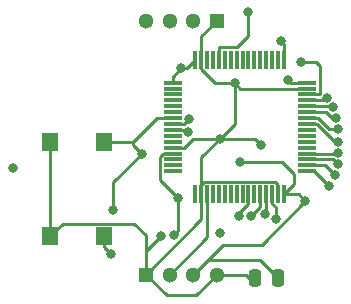
<source format=gbr>
G04 #@! TF.GenerationSoftware,KiCad,Pcbnew,7.0.8*
G04 #@! TF.CreationDate,2023-10-23T16:08:40-04:00*
G04 #@! TF.ProjectId,MCU+IMU,4d43552b-494d-4552-9e6b-696361645f70,rev?*
G04 #@! TF.SameCoordinates,Original*
G04 #@! TF.FileFunction,Copper,L1,Top*
G04 #@! TF.FilePolarity,Positive*
%FSLAX46Y46*%
G04 Gerber Fmt 4.6, Leading zero omitted, Abs format (unit mm)*
G04 Created by KiCad (PCBNEW 7.0.8) date 2023-10-23 16:08:40*
%MOMM*%
%LPD*%
G01*
G04 APERTURE LIST*
G04 Aperture macros list*
%AMRoundRect*
0 Rectangle with rounded corners*
0 $1 Rounding radius*
0 $2 $3 $4 $5 $6 $7 $8 $9 X,Y pos of 4 corners*
0 Add a 4 corners polygon primitive as box body*
4,1,4,$2,$3,$4,$5,$6,$7,$8,$9,$2,$3,0*
0 Add four circle primitives for the rounded corners*
1,1,$1+$1,$2,$3*
1,1,$1+$1,$4,$5*
1,1,$1+$1,$6,$7*
1,1,$1+$1,$8,$9*
0 Add four rect primitives between the rounded corners*
20,1,$1+$1,$2,$3,$4,$5,0*
20,1,$1+$1,$4,$5,$6,$7,0*
20,1,$1+$1,$6,$7,$8,$9,0*
20,1,$1+$1,$8,$9,$2,$3,0*%
G04 Aperture macros list end*
G04 #@! TA.AperFunction,ComponentPad*
%ADD10C,1.300000*%
G04 #@! TD*
G04 #@! TA.AperFunction,ComponentPad*
%ADD11R,1.300000X1.300000*%
G04 #@! TD*
G04 #@! TA.AperFunction,SMDPad,CuDef*
%ADD12RoundRect,0.250000X0.250000X0.475000X-0.250000X0.475000X-0.250000X-0.475000X0.250000X-0.475000X0*%
G04 #@! TD*
G04 #@! TA.AperFunction,SMDPad,CuDef*
%ADD13RoundRect,0.075000X-0.075000X-0.700000X0.075000X-0.700000X0.075000X0.700000X-0.075000X0.700000X0*%
G04 #@! TD*
G04 #@! TA.AperFunction,SMDPad,CuDef*
%ADD14RoundRect,0.075000X-0.700000X-0.075000X0.700000X-0.075000X0.700000X0.075000X-0.700000X0.075000X0*%
G04 #@! TD*
G04 #@! TA.AperFunction,SMDPad,CuDef*
%ADD15R,1.400000X1.600000*%
G04 #@! TD*
G04 #@! TA.AperFunction,ViaPad*
%ADD16C,0.800000*%
G04 #@! TD*
G04 #@! TA.AperFunction,Conductor*
%ADD17C,0.250000*%
G04 #@! TD*
G04 APERTURE END LIST*
D10*
G04 #@! TO.P,J2,*
G04 #@! TO.N,GND*
X135750000Y-113500000D03*
G04 #@! TO.N,VDD*
X133750000Y-113500000D03*
X131750000Y-113500000D03*
D11*
G04 #@! TO.P,J2,1,Pin_1*
G04 #@! TO.N,GND*
X129750000Y-113500000D03*
G04 #@! TD*
D12*
G04 #@! TO.P,C7,1*
G04 #@! TO.N,VDD*
X140900000Y-113750000D03*
G04 #@! TO.P,C7,2*
G04 #@! TO.N,GND*
X139000000Y-113750000D03*
G04 #@! TD*
D13*
G04 #@! TO.P,U2,64,VDD*
G04 #@! TO.N,VDD*
X133925000Y-95325000D03*
G04 #@! TO.P,U2,63,VSS*
G04 #@! TO.N,GND*
X134425000Y-95325000D03*
G04 #@! TO.P,U2,62,PB9*
G04 #@! TO.N,unconnected-(U2-PB9-Pad62)*
X134925000Y-95325000D03*
G04 #@! TO.P,U2,61,PB8*
G04 #@! TO.N,unconnected-(U2-PB8-Pad61)*
X135425000Y-95325000D03*
G04 #@! TO.P,U2,60,PF11*
G04 #@! TO.N,/BOOT0*
X135925000Y-95325000D03*
G04 #@! TO.P,U2,59,PB7*
G04 #@! TO.N,unconnected-(U2-PB7-Pad59)*
X136425000Y-95325000D03*
G04 #@! TO.P,U2,58,PB6*
G04 #@! TO.N,unconnected-(U2-PB6-Pad58)*
X136925000Y-95325000D03*
G04 #@! TO.P,U2,57,PB5*
G04 #@! TO.N,unconnected-(U2-PB5-Pad57)*
X137425000Y-95325000D03*
G04 #@! TO.P,U2,56,PB4*
G04 #@! TO.N,unconnected-(U2-PB4-Pad56)*
X137925000Y-95325000D03*
G04 #@! TO.P,U2,55,PB3*
G04 #@! TO.N,unconnected-(U2-PB3-Pad55)*
X138425000Y-95325000D03*
G04 #@! TO.P,U2,54,PD2*
G04 #@! TO.N,unconnected-(U2-PD2-Pad54)*
X138925000Y-95325000D03*
G04 #@! TO.P,U2,53,PC12*
G04 #@! TO.N,unconnected-(U2-PC12-Pad53)*
X139425000Y-95325000D03*
G04 #@! TO.P,U2,52,PC11*
G04 #@! TO.N,unconnected-(U2-PC11-Pad52)*
X139925000Y-95325000D03*
G04 #@! TO.P,U2,51,PC10*
G04 #@! TO.N,unconnected-(U2-PC10-Pad51)*
X140425000Y-95325000D03*
G04 #@! TO.P,U2,50,PA15*
G04 #@! TO.N,unconnected-(U2-PA15-Pad50)*
X140925000Y-95325000D03*
G04 #@! TO.P,U2,49,PA14*
G04 #@! TO.N,/SWDIO*
X141425000Y-95325000D03*
D14*
G04 #@! TO.P,U2,48,VDDIO2*
G04 #@! TO.N,VDD*
X143350000Y-97250000D03*
G04 #@! TO.P,U2,47,VSS*
G04 #@! TO.N,GND*
X143350000Y-97750000D03*
G04 #@! TO.P,U2,46,PA13*
G04 #@! TO.N,/SWCLK*
X143350000Y-98250000D03*
G04 #@! TO.P,U2,45,PA12*
G04 #@! TO.N,/PA12*
X143350000Y-98750000D03*
G04 #@! TO.P,U2,44,PA11*
G04 #@! TO.N,/PA11*
X143350000Y-99250000D03*
G04 #@! TO.P,U2,43,PA10*
G04 #@! TO.N,/PA10*
X143350000Y-99750000D03*
G04 #@! TO.P,U2,42,PA9*
G04 #@! TO.N,/PA9*
X143350000Y-100250000D03*
G04 #@! TO.P,U2,41,PA8*
G04 #@! TO.N,/PA8*
X143350000Y-100750000D03*
G04 #@! TO.P,U2,40,PC9*
G04 #@! TO.N,unconnected-(U2-PC9-Pad40)*
X143350000Y-101250000D03*
G04 #@! TO.P,U2,39,PC8*
G04 #@! TO.N,unconnected-(U2-PC8-Pad39)*
X143350000Y-101750000D03*
G04 #@! TO.P,U2,38,PC7*
G04 #@! TO.N,unconnected-(U2-PC7-Pad38)*
X143350000Y-102250000D03*
G04 #@! TO.P,U2,37,PC6*
G04 #@! TO.N,unconnected-(U2-PC6-Pad37)*
X143350000Y-102750000D03*
G04 #@! TO.P,U2,36,PB15*
G04 #@! TO.N,/PB15*
X143350000Y-103250000D03*
G04 #@! TO.P,U2,35,PB14*
G04 #@! TO.N,/PB14*
X143350000Y-103750000D03*
G04 #@! TO.P,U2,34,PB13*
G04 #@! TO.N,/PB13*
X143350000Y-104250000D03*
G04 #@! TO.P,U2,33,PB12*
G04 #@! TO.N,/PB12*
X143350000Y-104750000D03*
D13*
G04 #@! TO.P,U2,32,VDD*
G04 #@! TO.N,VDD*
X141425000Y-106675000D03*
G04 #@! TO.P,U2,31,VSS*
G04 #@! TO.N,GND*
X140925000Y-106675000D03*
G04 #@! TO.P,U2,30,PB11*
G04 #@! TO.N,/I2C2_SDA*
X140425000Y-106675000D03*
G04 #@! TO.P,U2,29,PB10*
G04 #@! TO.N,/I2C2_SCL*
X139925000Y-106675000D03*
G04 #@! TO.P,U2,28,PB2*
G04 #@! TO.N,/IMU Comm En*
X139425000Y-106675000D03*
G04 #@! TO.P,U2,27,PB1*
G04 #@! TO.N,unconnected-(U2-PB1-Pad27)*
X138925000Y-106675000D03*
G04 #@! TO.P,U2,26,PB0*
G04 #@! TO.N,/I2C_SA0*
X138425000Y-106675000D03*
G04 #@! TO.P,U2,25,PC5*
G04 #@! TO.N,unconnected-(U2-PC5-Pad25)*
X137925000Y-106675000D03*
G04 #@! TO.P,U2,24,PC4*
G04 #@! TO.N,unconnected-(U2-PC4-Pad24)*
X137425000Y-106675000D03*
G04 #@! TO.P,U2,23,PA7*
G04 #@! TO.N,unconnected-(U2-PA7-Pad23)*
X136925000Y-106675000D03*
G04 #@! TO.P,U2,22,PA6*
G04 #@! TO.N,unconnected-(U2-PA6-Pad22)*
X136425000Y-106675000D03*
G04 #@! TO.P,U2,21,PA5*
G04 #@! TO.N,unconnected-(U2-PA5-Pad21)*
X135925000Y-106675000D03*
G04 #@! TO.P,U2,20,PA4*
G04 #@! TO.N,unconnected-(U2-PA4-Pad20)*
X135425000Y-106675000D03*
G04 #@! TO.P,U2,19,VDD*
G04 #@! TO.N,VDD*
X134925000Y-106675000D03*
G04 #@! TO.P,U2,18,VSS*
G04 #@! TO.N,GND*
X134425000Y-106675000D03*
G04 #@! TO.P,U2,17,PA3*
G04 #@! TO.N,unconnected-(U2-PA3-Pad17)*
X133925000Y-106675000D03*
D14*
G04 #@! TO.P,U2,16,PA2*
G04 #@! TO.N,unconnected-(U2-PA2-Pad16)*
X132000000Y-104750000D03*
G04 #@! TO.P,U2,15,PA1*
G04 #@! TO.N,unconnected-(U2-PA1-Pad15)*
X132000000Y-104250000D03*
G04 #@! TO.P,U2,14,PA0*
G04 #@! TO.N,unconnected-(U2-PA0-Pad14)*
X132000000Y-103750000D03*
G04 #@! TO.P,U2,13,VDDA*
G04 #@! TO.N,VDD*
X132000000Y-103250000D03*
G04 #@! TO.P,U2,12,VSSA*
G04 #@! TO.N,GND*
X132000000Y-102750000D03*
G04 #@! TO.P,U2,11,PC3*
G04 #@! TO.N,unconnected-(U2-PC3-Pad11)*
X132000000Y-102250000D03*
G04 #@! TO.P,U2,10,PC2*
G04 #@! TO.N,unconnected-(U2-PC2-Pad10)*
X132000000Y-101750000D03*
G04 #@! TO.P,U2,9,PC1*
G04 #@! TO.N,/USART1_RX*
X132000000Y-101250000D03*
G04 #@! TO.P,U2,8,PC0*
G04 #@! TO.N,/USART1_TX*
X132000000Y-100750000D03*
G04 #@! TO.P,U2,7,NRST*
G04 #@! TO.N,/NRST*
X132000000Y-100250000D03*
G04 #@! TO.P,U2,6,PF1*
G04 #@! TO.N,unconnected-(U2-PF1-Pad6)*
X132000000Y-99750000D03*
G04 #@! TO.P,U2,5,PF0*
G04 #@! TO.N,unconnected-(U2-PF0-Pad5)*
X132000000Y-99250000D03*
G04 #@! TO.P,U2,4,PC15*
G04 #@! TO.N,unconnected-(U2-PC15-Pad4)*
X132000000Y-98750000D03*
G04 #@! TO.P,U2,3,PC14*
G04 #@! TO.N,unconnected-(U2-PC14-Pad3)*
X132000000Y-98250000D03*
G04 #@! TO.P,U2,2,PC13*
G04 #@! TO.N,unconnected-(U2-PC13-Pad2)*
X132000000Y-97750000D03*
G04 #@! TO.P,U2,1,VBAT*
G04 #@! TO.N,VDD*
X132000000Y-97250000D03*
G04 #@! TD*
D11*
G04 #@! TO.P,J1,1,Pin_1*
G04 #@! TO.N,GND*
X135750000Y-92000000D03*
D10*
G04 #@! TO.P,J1,2,Pin_2*
G04 #@! TO.N,/SWDIO*
X133750000Y-92000000D03*
G04 #@! TO.P,J1,3,Pin_3*
G04 #@! TO.N,/SWCLK*
X131750000Y-92000000D03*
G04 #@! TO.P,J1,4,Pin_4*
G04 #@! TO.N,unconnected-(J1-Pin_4-Pad4)*
X129750000Y-92000000D03*
G04 #@! TD*
D15*
G04 #@! TO.P,SW1,1,1*
G04 #@! TO.N,GND*
X121660700Y-110260789D03*
X121660700Y-102260789D03*
G04 #@! TO.P,SW1,2,2*
G04 #@! TO.N,/NRST*
X126160700Y-110260789D03*
X126160700Y-102260789D03*
G04 #@! TD*
D16*
G04 #@! TO.N,unconnected-(U1-INT2-Pad9)*
X136000000Y-110000000D03*
G04 #@! TO.N,unconnected-(U3-P2_0-Pad16)*
X118500000Y-104500000D03*
G04 #@! TO.N,/PB12*
X145250000Y-106000000D03*
G04 #@! TO.N,/PB13*
X145732370Y-105060011D03*
G04 #@! TO.N,/PB14*
X146000000Y-104149006D03*
G04 #@! TO.N,/PB15*
X146000000Y-103199503D03*
G04 #@! TO.N,/PA8*
X146000000Y-102250000D03*
G04 #@! TO.N,/PA9*
X146039068Y-101166609D03*
G04 #@! TO.N,/PA10*
X145822298Y-100242181D03*
G04 #@! TO.N,/PA11*
X145550690Y-99332355D03*
G04 #@! TO.N,/PA12*
X145052984Y-98523749D03*
G04 #@! TO.N,GND*
X131000000Y-110250000D03*
X137250000Y-97250000D03*
X136000000Y-102000000D03*
X139500000Y-102500000D03*
G04 #@! TO.N,/USART1_RX*
X133311667Y-101390899D03*
G04 #@! TO.N,/USART1_TX*
X133374492Y-100328298D03*
G04 #@! TO.N,VDD*
X132500000Y-107000000D03*
X132750000Y-96000000D03*
X137750000Y-104000000D03*
X143250000Y-107250000D03*
X141750000Y-97000000D03*
X132148056Y-110148056D03*
G04 #@! TO.N,/IMU Comm En*
X138660700Y-108510789D03*
G04 #@! TO.N,/NRST*
X129410700Y-103260789D03*
X127000000Y-108000000D03*
X126750000Y-111750000D03*
G04 #@! TO.N,/I2C2_SCL*
X139801004Y-108395084D03*
G04 #@! TO.N,/I2C2_SDA*
X140720749Y-108786333D03*
G04 #@! TO.N,/I2C_SA0*
X137660700Y-108510789D03*
G04 #@! TO.N,/SWDIO*
X141160700Y-93760789D03*
G04 #@! TO.N,/SWCLK*
X142910700Y-95510789D03*
G04 #@! TO.N,/BOOT0*
X138410700Y-91260789D03*
G04 #@! TD*
D17*
G04 #@! TO.N,/PB12*
X144000000Y-104750000D02*
X145250000Y-106000000D01*
X143350000Y-104750000D02*
X144000000Y-104750000D01*
G04 #@! TO.N,/PB13*
X144922359Y-104250000D02*
X145732370Y-105060011D01*
X143350000Y-104250000D02*
X144922359Y-104250000D01*
G04 #@! TO.N,/PB14*
X145845902Y-104000000D02*
X145850994Y-104000000D01*
X143350000Y-103750000D02*
X145595902Y-103750000D01*
X145595902Y-103750000D02*
X145845902Y-104000000D01*
X145850994Y-104000000D02*
X146000000Y-104149006D01*
G04 #@! TO.N,/PB15*
X145949503Y-103250000D02*
X146000000Y-103199503D01*
X143350000Y-103250000D02*
X145949503Y-103250000D01*
G04 #@! TO.N,/PA8*
X145754290Y-102250000D02*
X146000000Y-102250000D01*
X144254290Y-100750000D02*
X145754290Y-102250000D01*
X143350000Y-100750000D02*
X144254290Y-100750000D01*
G04 #@! TO.N,/PA9*
X145236585Y-101166609D02*
X146039068Y-101166609D01*
X144319976Y-100250000D02*
X145236585Y-101166609D01*
X143350000Y-100250000D02*
X144319976Y-100250000D01*
G04 #@! TO.N,/PA10*
X145505921Y-100242181D02*
X145822298Y-100242181D01*
X145013740Y-99750000D02*
X145505921Y-100242181D01*
X143350000Y-99750000D02*
X145013740Y-99750000D01*
G04 #@! TO.N,/PA11*
X145468335Y-99250000D02*
X145550690Y-99332355D01*
X143350000Y-99250000D02*
X145468335Y-99250000D01*
G04 #@! TO.N,/PA12*
X144826733Y-98750000D02*
X145052984Y-98523749D01*
X143350000Y-98750000D02*
X144826733Y-98750000D01*
G04 #@! TO.N,GND*
X134000000Y-115250000D02*
X131500000Y-115250000D01*
X131500000Y-115250000D02*
X129750000Y-113500000D01*
X129750000Y-111500000D02*
X129750000Y-113500000D01*
X122735700Y-109185789D02*
X128750000Y-109185789D01*
X140925000Y-105905024D02*
X140925000Y-106675000D01*
X134425000Y-95325000D02*
X134425000Y-93325000D01*
X133750000Y-102000000D02*
X136000000Y-102000000D01*
X135410700Y-92010789D02*
X135910700Y-92010789D01*
X121660700Y-110260789D02*
X122735700Y-109185789D01*
X121660700Y-102260789D02*
X121660700Y-110260789D01*
X134425000Y-108825000D02*
X134425000Y-106675000D01*
X134700000Y-105625000D02*
X140644976Y-105625000D01*
X136000000Y-102000000D02*
X139000000Y-102000000D01*
X129750000Y-113500000D02*
X134425000Y-108825000D01*
X135750000Y-113500000D02*
X138185700Y-113500000D01*
X139000000Y-102000000D02*
X139500000Y-102500000D01*
X137250000Y-97250000D02*
X137750000Y-97750000D01*
X137750000Y-97750000D02*
X143350000Y-97750000D01*
X134425000Y-95325000D02*
X134425000Y-96100000D01*
X134425000Y-93325000D02*
X135750000Y-92000000D01*
X137250000Y-100750000D02*
X136000000Y-102000000D01*
X138435700Y-113750000D02*
X139000000Y-113750000D01*
X132000000Y-102750000D02*
X133000000Y-102750000D01*
X134425000Y-106675000D02*
X134425000Y-105900000D01*
X135575000Y-97250000D02*
X137250000Y-97250000D01*
X134425000Y-106675000D02*
X134425000Y-103575000D01*
X140644976Y-105625000D02*
X140925000Y-105905024D01*
X137250000Y-97250000D02*
X137250000Y-100750000D01*
X128750000Y-109185789D02*
X129750000Y-110185789D01*
X134425000Y-96100000D02*
X135575000Y-97250000D01*
X133000000Y-102750000D02*
X133750000Y-102000000D01*
X129750000Y-110185789D02*
X129750000Y-113500000D01*
X134425000Y-103575000D02*
X136000000Y-102000000D01*
X135750000Y-113500000D02*
X134000000Y-115250000D01*
X131000000Y-110250000D02*
X129750000Y-111500000D01*
X134425000Y-105900000D02*
X134700000Y-105625000D01*
X138185700Y-113500000D02*
X138435700Y-113750000D01*
G04 #@! TO.N,/USART1_RX*
X133170768Y-101250000D02*
X132000000Y-101250000D01*
X133311667Y-101390899D02*
X133170768Y-101250000D01*
G04 #@! TO.N,/USART1_TX*
X132952790Y-100750000D02*
X132000000Y-100750000D01*
X133374492Y-100328298D02*
X132952790Y-100750000D01*
G04 #@! TO.N,VDD*
X134989211Y-112260789D02*
X139410789Y-112260789D01*
X133925000Y-95325000D02*
X133925000Y-95746489D01*
X132750000Y-96000000D02*
X133250000Y-96000000D01*
X130950000Y-103525000D02*
X130950000Y-105450000D01*
X143250000Y-107250000D02*
X139532536Y-110967464D01*
X142675000Y-106675000D02*
X143250000Y-107250000D01*
X142250000Y-105850000D02*
X141425000Y-106675000D01*
X132000000Y-96750000D02*
X132750000Y-96000000D01*
X131750000Y-113500000D02*
X134925000Y-110325000D01*
X142000000Y-97250000D02*
X141750000Y-97000000D01*
X130950000Y-105450000D02*
X132500000Y-107000000D01*
X133750000Y-113500000D02*
X134989211Y-112260789D01*
X132500000Y-109796112D02*
X132148056Y-110148056D01*
X132500000Y-107000000D02*
X132500000Y-109796112D01*
X134925000Y-110325000D02*
X134925000Y-106675000D01*
X132000000Y-97250000D02*
X132421489Y-97250000D01*
X139532536Y-110967464D02*
X136282536Y-110967464D01*
X132000000Y-97250000D02*
X132000000Y-96750000D01*
X133250000Y-96000000D02*
X133925000Y-95325000D01*
X131225000Y-103250000D02*
X130950000Y-103525000D01*
X141425000Y-106675000D02*
X142675000Y-106675000D01*
X137750000Y-104000000D02*
X141250000Y-104000000D01*
X136282536Y-110967464D02*
X133750000Y-113500000D01*
X143350000Y-97250000D02*
X142000000Y-97250000D01*
X139410789Y-112260789D02*
X140900000Y-113750000D01*
X142250000Y-105000000D02*
X142250000Y-105850000D01*
X141250000Y-104000000D02*
X142250000Y-105000000D01*
X132000000Y-103250000D02*
X131225000Y-103250000D01*
G04 #@! TO.N,/IMU Comm En*
X138660700Y-108510789D02*
X139425000Y-107746489D01*
X139425000Y-107746489D02*
X139425000Y-106675000D01*
G04 #@! TO.N,/NRST*
X127000000Y-105671489D02*
X129410700Y-103260789D01*
X128660700Y-102510789D02*
X129410700Y-103260789D01*
X130671489Y-100250000D02*
X132000000Y-100250000D01*
X126160700Y-111160700D02*
X126750000Y-111750000D01*
X127000000Y-108000000D02*
X127000000Y-105671489D01*
X128660700Y-102260789D02*
X128660700Y-102510789D01*
X126160700Y-102260789D02*
X128660700Y-102260789D01*
X126160700Y-110260789D02*
X126160700Y-111160700D01*
X128660700Y-102260789D02*
X130671489Y-100250000D01*
G04 #@! TO.N,/I2C2_SCL*
X139925000Y-108271088D02*
X139925000Y-106675000D01*
X139801004Y-108395084D02*
X139925000Y-108271088D01*
G04 #@! TO.N,/I2C2_SDA*
X140720749Y-108786333D02*
X140720749Y-107811435D01*
X140425000Y-107515686D02*
X140425000Y-106675000D01*
X140720749Y-107811435D02*
X140425000Y-107515686D01*
G04 #@! TO.N,/I2C_SA0*
X138165686Y-107775000D02*
X138425000Y-107515686D01*
X137660700Y-108510789D02*
X137660700Y-108260789D01*
X138425000Y-107515686D02*
X138425000Y-106675000D01*
X138146489Y-107775000D02*
X138165686Y-107775000D01*
X137660700Y-108260789D02*
X138146489Y-107775000D01*
G04 #@! TO.N,/SWDIO*
X141160700Y-93760789D02*
X141425000Y-94025089D01*
X141425000Y-94025089D02*
X141425000Y-95325000D01*
G04 #@! TO.N,/SWCLK*
X144143172Y-95510789D02*
X144450000Y-95817617D01*
X144421489Y-98250000D02*
X143350000Y-98250000D01*
X144450000Y-95817617D02*
X144450000Y-98221489D01*
X144450000Y-98221489D02*
X144421489Y-98250000D01*
X142910700Y-95510789D02*
X144143172Y-95510789D01*
G04 #@! TO.N,/BOOT0*
X137446489Y-94225000D02*
X135946489Y-94225000D01*
X135946489Y-94225000D02*
X135925000Y-94246489D01*
X138410700Y-91260789D02*
X138410700Y-93260789D01*
X135925000Y-94246489D02*
X135925000Y-95325000D01*
X138410700Y-93260789D02*
X137446489Y-94225000D01*
G04 #@! TD*
M02*

</source>
